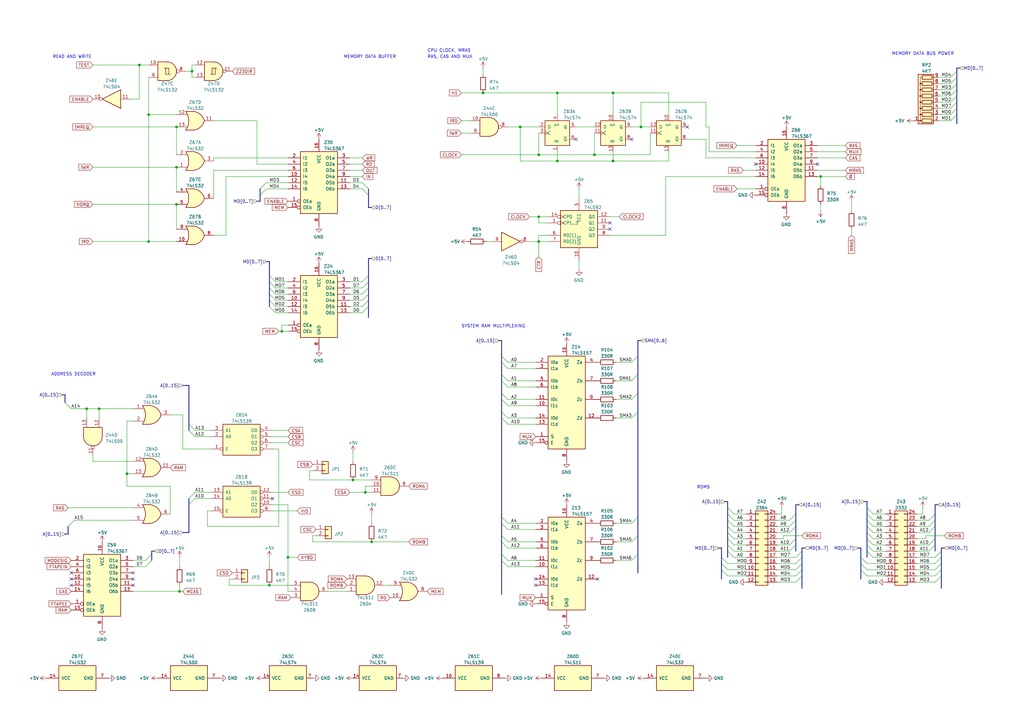
<source format=kicad_sch>
(kicad_sch (version 20230121) (generator eeschema)
  (paper "A3")
  (junction (at 52.07 194.31))
  (junction (at 40.64 167.64))
  (junction (at 60.96 99.06))
  (junction (at 118.11 228.6))
  (junction (at 144.78 196.85))
  (junction (at 73.66 242.57))
  (junction (at 228.6 66.04))
  (junction (at 72.39 83.82))
  (junction (at 220.98 99.06))
  (junction (at 228.6 38.1))
  (junction (at 220.98 88.9))
  (junction (at 72.39 52.07))
  (junction (at 336.55 72.39))
  (junction (at 262.89 52.07))
  (junction (at 251.46 66.04))
  (junction (at 152.4 222.25))
  (junction (at 243.84 63.5))
  (junction (at 57.15 26.67))
  (junction (at 35.56 167.64))
  (junction (at 72.39 68.58))
  (junction (at 251.46 38.1))
  (junction (at 213.36 52.07))
  (junction (at 149.86 201.93))
  (junction (at 198.12 38.1))
  (junction (at 78.74 29.21))
  (junction (at 110.49 240.03))
  (junction (at 60.96 46.99))
  (junction (at 115.57 135.89))
  (junction (at 220.98 63.5))
  (no_connect (at 250.19 91.44))
  (no_connect (at 281.94 52.07))
  (no_connect (at 250.19 93.98))
  (no_connect (at 309.88 67.31))
  (no_connect (at 335.28 67.31))
  (no_connect (at 219.71 240.03))
  (no_connect (at 219.71 237.49))
  (no_connect (at 245.11 237.49))
  (no_connect (at 54.61 240.03))
  (no_connect (at 54.61 237.49))
  (no_connect (at 54.61 234.95))
  (no_connect (at 29.21 240.03))
  (no_connect (at 29.21 237.49))
  (no_connect (at 29.21 234.95))
  (no_connect (at 111.76 204.47))
  (no_connect (at 259.08 57.15))
  (no_connect (at 236.22 57.15))
  (bus_entry (at 205.74 212.09) (size 2.54 2.54))
  (bus_entry (at 77.47 173.99) (size 2.54 2.54))
  (bus_entry (at 389.89 31.75) (size 2.54 -2.54))
  (bus_entry (at 383.54 233.68) (size 2.54 -2.54))
  (bus_entry (at 355.6 223.52) (size 2.54 2.54))
  (bus_entry (at 381 223.52) (size 2.54 -2.54))
  (bus_entry (at 389.89 41.91) (size 2.54 -2.54))
  (bus_entry (at 205.74 156.21) (size 2.54 2.54))
  (bus_entry (at 77.47 204.47) (size 2.54 -2.54))
  (bus_entry (at 323.85 226.06) (size 2.54 -2.54))
  (bus_entry (at 355.6 220.98) (size 2.54 2.54))
  (bus_entry (at 389.89 46.99) (size 2.54 -2.54))
  (bus_entry (at 355.6 233.68) (size -2.54 -2.54))
  (bus_entry (at 205.74 171.45) (size 2.54 2.54))
  (bus_entry (at 59.69 229.87) (size 2.54 -2.54))
  (bus_entry (at 259.08 148.59) (size 2.54 -2.54))
  (bus_entry (at 259.08 156.21) (size 2.54 -2.54))
  (bus_entry (at 259.08 163.83) (size 2.54 -2.54))
  (bus_entry (at 259.08 171.45) (size 2.54 -2.54))
  (bus_entry (at 259.08 214.63) (size 2.54 -2.54))
  (bus_entry (at 298.45 233.68) (size -2.54 -2.54))
  (bus_entry (at 148.59 120.65) (size 2.54 -2.54))
  (bus_entry (at 148.59 128.27) (size 2.54 -2.54))
  (bus_entry (at 259.08 229.87) (size 2.54 -2.54))
  (bus_entry (at 259.08 222.25) (size 2.54 -2.54))
  (bus_entry (at 205.74 161.29) (size 2.54 2.54))
  (bus_entry (at 205.74 168.91) (size 2.54 2.54))
  (bus_entry (at 355.6 208.28) (size 2.54 2.54))
  (bus_entry (at 205.74 153.67) (size 2.54 2.54))
  (bus_entry (at 326.39 231.14) (size 2.54 -2.54))
  (bus_entry (at 59.69 232.41) (size 2.54 -2.54))
  (bus_entry (at 298.45 236.22) (size -2.54 -2.54))
  (bus_entry (at 298.45 213.36) (size 2.54 2.54))
  (bus_entry (at 381 215.9) (size 2.54 -2.54))
  (bus_entry (at 26.67 165.1) (size 2.54 2.54))
  (bus_entry (at 113.03 118.11) (size -2.54 -2.54))
  (bus_entry (at 148.59 125.73) (size 2.54 -2.54))
  (bus_entry (at 77.47 207.01) (size 2.54 -2.54))
  (bus_entry (at 389.89 36.83) (size 2.54 -2.54))
  (bus_entry (at 205.74 148.59) (size 2.54 2.54))
  (bus_entry (at 205.74 146.05) (size 2.54 2.54))
  (bus_entry (at 326.39 228.6) (size 2.54 -2.54))
  (bus_entry (at 106.68 80.01) (size 2.54 -2.54))
  (bus_entry (at 113.03 120.65) (size -2.54 -2.54))
  (bus_entry (at 298.45 218.44) (size 2.54 2.54))
  (bus_entry (at 381 218.44) (size 2.54 -2.54))
  (bus_entry (at 383.54 231.14) (size 2.54 -2.54))
  (bus_entry (at 113.03 123.19) (size -2.54 -2.54))
  (bus_entry (at 383.54 238.76) (size 2.54 -2.54))
  (bus_entry (at 106.68 77.47) (size 2.54 -2.54))
  (bus_entry (at 151.13 77.47) (size -2.54 -2.54))
  (bus_entry (at 148.59 118.11) (size 2.54 -2.54))
  (bus_entry (at 355.6 226.06) (size 2.54 2.54))
  (bus_entry (at 381 213.36) (size 2.54 -2.54))
  (bus_entry (at 326.39 233.68) (size 2.54 -2.54))
  (bus_entry (at 148.59 123.19) (size 2.54 -2.54))
  (bus_entry (at 298.45 208.28) (size 2.54 2.54))
  (bus_entry (at 383.54 228.6) (size 2.54 -2.54))
  (bus_entry (at 205.74 222.25) (size 2.54 2.54))
  (bus_entry (at 355.6 231.14) (size -2.54 -2.54))
  (bus_entry (at 77.47 176.53) (size 2.54 2.54))
  (bus_entry (at 205.74 229.87) (size 2.54 2.54))
  (bus_entry (at 381 226.06) (size 2.54 -2.54))
  (bus_entry (at 323.85 213.36) (size 2.54 -2.54))
  (bus_entry (at 205.74 219.71) (size 2.54 2.54))
  (bus_entry (at 383.54 236.22) (size 2.54 -2.54))
  (bus_entry (at 389.89 44.45) (size 2.54 -2.54))
  (bus_entry (at 389.89 49.53) (size 2.54 -2.54))
  (bus_entry (at 113.03 125.73) (size -2.54 -2.54))
  (bus_entry (at 298.45 215.9) (size 2.54 2.54))
  (bus_entry (at 113.03 115.57) (size -2.54 -2.54))
  (bus_entry (at 389.89 39.37) (size 2.54 -2.54))
  (bus_entry (at 148.59 115.57) (size 2.54 -2.54))
  (bus_entry (at 205.74 214.63) (size 2.54 2.54))
  (bus_entry (at 205.74 163.83) (size 2.54 2.54))
  (bus_entry (at 323.85 218.44) (size 2.54 -2.54))
  (bus_entry (at 355.6 210.82) (size 2.54 2.54))
  (bus_entry (at 326.39 238.76) (size 2.54 -2.54))
  (bus_entry (at 298.45 226.06) (size 2.54 2.54))
  (bus_entry (at 323.85 215.9) (size 2.54 -2.54))
  (bus_entry (at 389.89 34.29) (size 2.54 -2.54))
  (bus_entry (at 298.45 231.14) (size -2.54 -2.54))
  (bus_entry (at 355.6 213.36) (size 2.54 2.54))
  (bus_entry (at 113.03 128.27) (size -2.54 -2.54))
  (bus_entry (at 355.6 218.44) (size 2.54 2.54))
  (bus_entry (at 355.6 236.22) (size -2.54 -2.54))
  (bus_entry (at 27.94 215.9) (size 2.54 -2.54))
  (bus_entry (at 298.45 223.52) (size 2.54 2.54))
  (bus_entry (at 205.74 227.33) (size 2.54 2.54))
  (bus_entry (at 298.45 210.82) (size 2.54 2.54))
  (bus_entry (at 355.6 215.9) (size 2.54 2.54))
  (bus_entry (at 298.45 220.98) (size 2.54 2.54))
  (bus_entry (at 326.39 236.22) (size 2.54 -2.54))
  (bus_entry (at 323.85 223.52) (size 2.54 -2.54))
  (bus_entry (at 151.13 80.01) (size -2.54 -2.54))
  (wire (pts (xy 274.32 62.23) (xy 274.32 66.04)))
  (bus (pts (xy 355.6 218.44) (xy 355.6 220.98)))
  (wire (pts (xy 115.57 135.89) (xy 118.11 135.89)))
  (wire (pts (xy 118.11 120.65) (xy 113.03 120.65)))
  (wire (pts (xy 57.15 26.67) (xy 57.15 40.64)))
  (bus (pts (xy 298.45 210.82) (xy 298.45 213.36)))
  (bus (pts (xy 386.08 236.22) (xy 386.08 241.3)))
  (bus (pts (xy 392.43 31.75) (xy 392.43 34.29)))
  (wire (pts (xy 224.79 96.52) (xy 220.98 96.52)))
  (bus (pts (xy 297.18 205.74) (xy 298.45 205.74)))
  (bus (pts (xy 298.45 205.74) (xy 298.45 208.28)))
  (wire (pts (xy 378.46 210.82) (xy 378.46 208.28)))
  (wire (pts (xy 57.15 40.64) (xy 53.34 40.64)))
  (wire (pts (xy 358.14 220.98) (xy 363.22 220.98)))
  (wire (pts (xy 384.81 31.75) (xy 389.89 31.75)))
  (bus (pts (xy 393.7 27.94) (xy 392.43 27.94)))
  (wire (pts (xy 375.92 215.9) (xy 381 215.9)))
  (wire (pts (xy 384.81 36.83) (xy 389.89 36.83)))
  (bus (pts (xy 383.54 213.36) (xy 383.54 215.9)))
  (wire (pts (xy 111.76 207.01) (xy 118.11 207.01)))
  (wire (pts (xy 143.51 120.65) (xy 148.59 120.65)))
  (wire (pts (xy 273.05 72.39) (xy 273.05 96.52)))
  (bus (pts (xy 354.33 205.74) (xy 355.6 205.74)))
  (wire (pts (xy 38.1 52.07) (xy 72.39 52.07)))
  (bus (pts (xy 392.43 34.29) (xy 392.43 36.83)))
  (wire (pts (xy 208.28 148.59) (xy 219.71 148.59)))
  (wire (pts (xy 134.62 242.57) (xy 142.24 242.57)))
  (bus (pts (xy 105.41 82.55) (xy 106.68 82.55)))
  (wire (pts (xy 87.63 81.28) (xy 87.63 69.85)))
  (bus (pts (xy 386.08 233.68) (xy 386.08 236.22)))
  (wire (pts (xy 302.26 77.47) (xy 309.88 77.47)))
  (wire (pts (xy 252.73 156.21) (xy 259.08 156.21)))
  (bus (pts (xy 355.6 208.28) (xy 355.6 210.82)))
  (wire (pts (xy 93.98 240.03) (xy 110.49 240.03)))
  (bus (pts (xy 328.93 224.79) (xy 328.93 226.06)))
  (wire (pts (xy 236.22 52.07) (xy 243.84 52.07)))
  (bus (pts (xy 77.47 207.01) (xy 77.47 204.47)))
  (wire (pts (xy 335.28 72.39) (xy 336.55 72.39)))
  (bus (pts (xy 74.93 218.44) (xy 77.47 218.44)))
  (wire (pts (xy 73.66 228.6) (xy 73.66 232.41)))
  (wire (pts (xy 95.25 237.49) (xy 93.98 237.49)))
  (wire (pts (xy 208.28 224.79) (xy 219.71 224.79)))
  (bus (pts (xy 205.74 139.7) (xy 205.74 146.05)))
  (wire (pts (xy 379.73 220.98) (xy 375.92 220.98)))
  (wire (pts (xy 379.73 219.71) (xy 379.73 220.98)))
  (bus (pts (xy 298.45 223.52) (xy 298.45 226.06)))
  (wire (pts (xy 208.28 166.37) (xy 219.71 166.37)))
  (wire (pts (xy 143.51 201.93) (xy 149.86 201.93)))
  (bus (pts (xy 106.68 80.01) (xy 106.68 82.55)))
  (wire (pts (xy 118.11 228.6) (xy 118.11 242.57)))
  (wire (pts (xy 208.28 222.25) (xy 219.71 222.25)))
  (wire (pts (xy 358.14 226.06) (xy 363.22 226.06)))
  (bus (pts (xy 205.74 148.59) (xy 205.74 153.67)))
  (bus (pts (xy 355.6 213.36) (xy 355.6 215.9)))
  (wire (pts (xy 217.17 88.9) (xy 220.98 88.9)))
  (bus (pts (xy 205.74 222.25) (xy 205.74 227.33)))
  (bus (pts (xy 62.23 226.06) (xy 62.23 227.33)))
  (wire (pts (xy 300.99 213.36) (xy 306.07 213.36)))
  (wire (pts (xy 157.48 240.03) (xy 160.02 240.03)))
  (wire (pts (xy 199.39 99.06) (xy 201.93 99.06)))
  (wire (pts (xy 80.01 204.47) (xy 86.36 204.47)))
  (wire (pts (xy 27.94 208.28) (xy 54.61 208.28)))
  (wire (pts (xy 208.28 214.63) (xy 219.71 214.63)))
  (wire (pts (xy 318.77 226.06) (xy 323.85 226.06)))
  (wire (pts (xy 318.77 236.22) (xy 326.39 236.22)))
  (bus (pts (xy 63.5 226.06) (xy 62.23 226.06)))
  (bus (pts (xy 298.45 220.98) (xy 298.45 223.52)))
  (bus (pts (xy 295.91 231.14) (xy 295.91 233.68)))
  (wire (pts (xy 375.92 210.82) (xy 378.46 210.82)))
  (wire (pts (xy 189.23 49.53) (xy 193.04 49.53)))
  (bus (pts (xy 25.4 161.925) (xy 26.67 161.925)))
  (wire (pts (xy 143.51 67.31) (xy 148.59 67.31)))
  (bus (pts (xy 392.43 41.91) (xy 392.43 44.45)))
  (bus (pts (xy 205.74 214.63) (xy 205.74 219.71)))
  (wire (pts (xy 74.93 170.18) (xy 69.85 170.18)))
  (wire (pts (xy 318.77 213.36) (xy 323.85 213.36)))
  (wire (pts (xy 69.85 199.39) (xy 52.07 199.39)))
  (bus (pts (xy 261.62 212.09) (xy 261.62 219.71)))
  (wire (pts (xy 35.56 167.64) (xy 40.64 167.64)))
  (bus (pts (xy 27.94 219.075) (xy 27.94 215.9)))
  (wire (pts (xy 93.98 237.49) (xy 93.98 240.03)))
  (wire (pts (xy 128.27 222.25) (xy 152.4 222.25)))
  (bus (pts (xy 383.54 207.01) (xy 383.54 210.82)))
  (bus (pts (xy 383.54 210.82) (xy 383.54 213.36)))
  (wire (pts (xy 335.28 69.85) (xy 346.71 69.85)))
  (wire (pts (xy 80.01 176.53) (xy 86.36 176.53)))
  (wire (pts (xy 208.28 232.41) (xy 219.71 232.41)))
  (bus (pts (xy 295.91 224.79) (xy 295.91 228.6)))
  (wire (pts (xy 375.92 233.68) (xy 383.54 233.68)))
  (bus (pts (xy 392.43 39.37) (xy 392.43 41.91)))
  (bus (pts (xy 205.74 219.71) (xy 205.74 222.25)))
  (bus (pts (xy 353.06 228.6) (xy 353.06 231.14)))
  (bus (pts (xy 295.91 233.68) (xy 295.91 237.49)))
  (bus (pts (xy 328.93 226.06) (xy 328.93 228.6)))
  (wire (pts (xy 358.14 218.44) (xy 363.22 218.44)))
  (wire (pts (xy 318.77 215.9) (xy 323.85 215.9)))
  (wire (pts (xy 320.675 210.82) (xy 320.675 208.28)))
  (wire (pts (xy 87.63 69.85) (xy 118.11 69.85)))
  (wire (pts (xy 384.81 41.91) (xy 389.89 41.91)))
  (wire (pts (xy 144.78 185.42) (xy 144.78 189.23)))
  (wire (pts (xy 87.63 49.53) (xy 105.41 49.53)))
  (wire (pts (xy 38.1 99.06) (xy 60.96 99.06)))
  (wire (pts (xy 208.28 151.13) (xy 219.71 151.13)))
  (wire (pts (xy 143.51 123.19) (xy 148.59 123.19)))
  (wire (pts (xy 321.31 220.98) (xy 318.77 220.98)))
  (wire (pts (xy 38.1 186.69) (xy 38.1 189.23)))
  (wire (pts (xy 213.36 52.07) (xy 220.98 52.07)))
  (bus (pts (xy 152.4 85.09) (xy 151.13 85.09)))
  (wire (pts (xy 290.83 52.07) (xy 290.83 62.23)))
  (wire (pts (xy 127 193.04) (xy 127 196.85)))
  (wire (pts (xy 111.76 179.07) (xy 118.11 179.07)))
  (wire (pts (xy 128.27 193.04) (xy 127 193.04)))
  (wire (pts (xy 72.39 68.58) (xy 72.39 78.74)))
  (wire (pts (xy 375.92 213.36) (xy 381 213.36)))
  (wire (pts (xy 128.27 219.71) (xy 128.27 222.25)))
  (bus (pts (xy 386.08 228.6) (xy 386.08 231.14)))
  (wire (pts (xy 220.98 63.5) (xy 243.84 63.5)))
  (wire (pts (xy 110.49 228.6) (xy 110.49 232.41)))
  (bus (pts (xy 205.74 168.91) (xy 205.74 171.45)))
  (bus (pts (xy 110.49 115.57) (xy 110.49 118.11)))
  (wire (pts (xy 152.4 222.25) (xy 167.64 222.25)))
  (wire (pts (xy 302.26 59.69) (xy 309.88 59.69)))
  (wire (pts (xy 243.84 63.5) (xy 266.7 63.5)))
  (wire (pts (xy 198.12 27.94) (xy 198.12 30.48)))
  (wire (pts (xy 300.99 215.9) (xy 306.07 215.9)))
  (wire (pts (xy 38.1 68.58) (xy 72.39 68.58)))
  (bus (pts (xy 262.89 139.7) (xy 261.62 139.7)))
  (bus (pts (xy 383.54 223.52) (xy 383.54 226.06)))
  (bus (pts (xy 261.62 139.7) (xy 261.62 146.05)))
  (bus (pts (xy 383.54 220.98) (xy 383.54 223.52)))
  (wire (pts (xy 105.41 49.53) (xy 105.41 67.31)))
  (bus (pts (xy 383.54 215.9) (xy 383.54 220.98)))
  (wire (pts (xy 300.99 228.6) (xy 306.07 228.6)))
  (wire (pts (xy 300.99 218.44) (xy 306.07 218.44)))
  (bus (pts (xy 298.45 226.06) (xy 298.45 228.6)))
  (wire (pts (xy 300.99 223.52) (xy 306.07 223.52)))
  (wire (pts (xy 252.73 229.87) (xy 259.08 229.87)))
  (wire (pts (xy 384.81 49.53) (xy 389.89 49.53)))
  (wire (pts (xy 118.11 228.6) (xy 121.92 228.6)))
  (bus (pts (xy 392.43 46.99) (xy 392.43 50.8)))
  (bus (pts (xy 326.39 220.98) (xy 326.39 223.52)))
  (bus (pts (xy 328.93 236.22) (xy 328.93 241.3)))
  (wire (pts (xy 143.51 69.85) (xy 148.59 69.85)))
  (wire (pts (xy 143.51 64.77) (xy 148.59 64.77)))
  (wire (pts (xy 52.07 194.31) (xy 52.07 199.39)))
  (wire (pts (xy 262.89 52.07) (xy 262.89 41.91)))
  (wire (pts (xy 318.77 228.6) (xy 326.39 228.6)))
  (wire (pts (xy 259.08 52.07) (xy 262.89 52.07)))
  (wire (pts (xy 80.01 31.75) (xy 78.74 31.75)))
  (wire (pts (xy 300.99 210.82) (xy 306.07 210.82)))
  (bus (pts (xy 110.49 107.315) (xy 110.49 113.03)))
  (wire (pts (xy 243.84 54.61) (xy 243.84 63.5)))
  (wire (pts (xy 309.88 72.39) (xy 273.05 72.39)))
  (wire (pts (xy 375.92 218.44) (xy 381 218.44)))
  (bus (pts (xy 355.6 220.98) (xy 355.6 223.52)))
  (wire (pts (xy 298.45 236.22) (xy 306.07 236.22)))
  (wire (pts (xy 290.83 62.23) (xy 309.88 62.23)))
  (wire (pts (xy 143.51 128.27) (xy 148.59 128.27)))
  (bus (pts (xy 355.6 226.06) (xy 355.6 228.6)))
  (wire (pts (xy 85.09 215.9) (xy 114.3 215.9)))
  (bus (pts (xy 151.13 115.57) (xy 151.13 118.11)))
  (wire (pts (xy 250.19 88.9) (xy 254 88.9)))
  (wire (pts (xy 289.56 52.07) (xy 290.83 52.07)))
  (wire (pts (xy 336.55 83.82) (xy 336.55 86.36)))
  (wire (pts (xy 29.21 167.64) (xy 35.56 167.64)))
  (bus (pts (xy 151.13 123.19) (xy 151.13 125.73)))
  (wire (pts (xy 298.45 233.68) (xy 306.07 233.68)))
  (wire (pts (xy 111.76 201.93) (xy 118.11 201.93)))
  (bus (pts (xy 106.68 77.47) (xy 106.68 80.01)))
  (wire (pts (xy 224.79 91.44) (xy 220.98 91.44)))
  (bus (pts (xy 151.13 120.65) (xy 151.13 123.19)))
  (wire (pts (xy 109.22 77.47) (xy 118.11 77.47)))
  (bus (pts (xy 205.74 156.21) (xy 205.74 161.29)))
  (wire (pts (xy 152.4 199.39) (xy 149.86 199.39)))
  (wire (pts (xy 252.73 222.25) (xy 259.08 222.25)))
  (bus (pts (xy 392.43 29.21) (xy 392.43 31.75)))
  (bus (pts (xy 298.45 208.28) (xy 298.45 210.82)))
  (bus (pts (xy 351.79 224.79) (xy 353.06 224.79)))
  (wire (pts (xy 52.07 172.72) (xy 52.07 194.31)))
  (bus (pts (xy 327.66 207.01) (xy 326.39 207.01)))
  (bus (pts (xy 151.13 106.045) (xy 151.13 113.03)))
  (bus (pts (xy 151.13 118.11) (xy 151.13 120.65)))
  (wire (pts (xy 251.46 62.23) (xy 251.46 66.04)))
  (wire (pts (xy 118.11 128.27) (xy 113.03 128.27)))
  (wire (pts (xy 85.09 209.55) (xy 85.09 215.9)))
  (wire (pts (xy 358.14 215.9) (xy 363.22 215.9)))
  (bus (pts (xy 205.74 212.09) (xy 205.74 214.63)))
  (wire (pts (xy 115.57 133.35) (xy 115.57 135.89)))
  (bus (pts (xy 326.39 213.36) (xy 326.39 215.9)))
  (bus (pts (xy 353.06 224.79) (xy 353.06 228.6)))
  (wire (pts (xy 349.25 96.52) (xy 349.25 93.98)))
  (wire (pts (xy 252.73 214.63) (xy 259.08 214.63)))
  (wire (pts (xy 274.32 46.99) (xy 274.32 38.1)))
  (wire (pts (xy 40.64 167.64) (xy 54.61 167.64)))
  (wire (pts (xy 237.49 77.47) (xy 237.49 81.28)))
  (wire (pts (xy 318.77 238.76) (xy 326.39 238.76)))
  (bus (pts (xy 392.43 44.45) (xy 392.43 46.99)))
  (wire (pts (xy 143.51 72.39) (xy 148.59 72.39)))
  (wire (pts (xy 114.3 135.89) (xy 115.57 135.89)))
  (wire (pts (xy 73.66 240.03) (xy 73.66 242.57)))
  (wire (pts (xy 355.6 236.22) (xy 363.22 236.22)))
  (wire (pts (xy 251.46 38.1) (xy 251.46 46.99)))
  (bus (pts (xy 205.74 153.67) (xy 205.74 156.21)))
  (wire (pts (xy 111.76 176.53) (xy 118.11 176.53)))
  (bus (pts (xy 110.49 120.65) (xy 110.49 123.19)))
  (wire (pts (xy 251.46 66.04) (xy 228.6 66.04)))
  (wire (pts (xy 111.76 209.55) (xy 121.92 209.55)))
  (wire (pts (xy 298.45 231.14) (xy 306.07 231.14)))
  (wire (pts (xy 72.39 46.99) (xy 60.96 46.99)))
  (wire (pts (xy 40.64 167.64) (xy 40.64 171.45)))
  (wire (pts (xy 118.11 207.01) (xy 118.11 228.6)))
  (bus (pts (xy 298.45 213.36) (xy 298.45 215.9)))
  (wire (pts (xy 118.11 118.11) (xy 113.03 118.11)))
  (wire (pts (xy 318.77 210.82) (xy 320.675 210.82)))
  (wire (pts (xy 72.39 52.07) (xy 72.39 63.5)))
  (bus (pts (xy 355.6 210.82) (xy 355.6 213.36)))
  (wire (pts (xy 189.23 63.5) (xy 220.98 63.5)))
  (wire (pts (xy 208.28 52.07) (xy 213.36 52.07)))
  (wire (pts (xy 143.51 125.73) (xy 148.59 125.73)))
  (wire (pts (xy 109.22 74.93) (xy 118.11 74.93)))
  (wire (pts (xy 220.98 99.06) (xy 220.98 105.41)))
  (bus (pts (xy 326.39 215.9) (xy 326.39 220.98)))
  (bus (pts (xy 205.74 171.45) (xy 205.74 212.09)))
  (wire (pts (xy 375.92 226.06) (xy 381 226.06)))
  (wire (pts (xy 384.81 39.37) (xy 389.89 39.37)))
  (wire (pts (xy 304.8 69.85) (xy 309.88 69.85)))
  (wire (pts (xy 384.81 46.99) (xy 389.89 46.99)))
  (wire (pts (xy 189.23 38.1) (xy 198.12 38.1)))
  (wire (pts (xy 38.1 26.67) (xy 57.15 26.67)))
  (wire (pts (xy 358.14 228.6) (xy 363.22 228.6)))
  (bus (pts (xy 77.47 173.99) (xy 77.47 176.53)))
  (wire (pts (xy 375.92 228.6) (xy 383.54 228.6)))
  (bus (pts (xy 109.22 107.315) (xy 110.49 107.315)))
  (bus (pts (xy 205.74 163.83) (xy 205.74 168.91)))
  (wire (pts (xy 148.59 74.93) (xy 143.51 74.93)))
  (wire (pts (xy 92.71 96.52) (xy 92.71 72.39)))
  (wire (pts (xy 220.98 99.06) (xy 224.79 99.06)))
  (bus (pts (xy 110.49 118.11) (xy 110.49 120.65)))
  (wire (pts (xy 80.01 26.67) (xy 78.74 26.67)))
  (bus (pts (xy 384.81 207.01) (xy 383.54 207.01)))
  (wire (pts (xy 335.28 64.77) (xy 346.71 64.77)))
  (wire (pts (xy 38.1 189.23) (xy 54.61 189.23)))
  (wire (pts (xy 375.92 238.76) (xy 383.54 238.76)))
  (wire (pts (xy 60.96 46.99) (xy 60.96 99.06)))
  (wire (pts (xy 318.77 233.68) (xy 326.39 233.68)))
  (bus (pts (xy 205.74 229.87) (xy 205.74 243.84)))
  (bus (pts (xy 295.91 228.6) (xy 295.91 231.14)))
  (bus (pts (xy 328.93 228.6) (xy 328.93 231.14)))
  (wire (pts (xy 60.96 99.06) (xy 72.39 99.06)))
  (wire (pts (xy 349.25 82.55) (xy 349.25 86.36)))
  (wire (pts (xy 208.28 173.99) (xy 219.71 173.99)))
  (bus (pts (xy 74.93 158.115) (xy 77.47 158.115)))
  (bus (pts (xy 26.67 219.075) (xy 27.94 219.075)))
  (wire (pts (xy 336.55 72.39) (xy 336.55 76.2)))
  (bus (pts (xy 328.93 231.14) (xy 328.93 233.68)))
  (wire (pts (xy 300.99 220.98) (xy 306.07 220.98)))
  (bus (pts (xy 326.39 223.52) (xy 326.39 226.06)))
  (wire (pts (xy 129.54 219.71) (xy 128.27 219.71)))
  (bus (pts (xy 261.62 153.67) (xy 261.62 161.29)))
  (bus (pts (xy 386.08 231.14) (xy 386.08 233.68)))
  (wire (pts (xy 213.36 66.04) (xy 213.36 52.07)))
  (bus (pts (xy 326.39 210.82) (xy 326.39 213.36)))
  (wire (pts (xy 300.99 226.06) (xy 306.07 226.06)))
  (wire (pts (xy 251.46 38.1) (xy 274.32 38.1)))
  (wire (pts (xy 74.93 170.18) (xy 74.93 184.15)))
  (wire (pts (xy 228.6 38.1) (xy 251.46 38.1)))
  (wire (pts (xy 87.63 66.04) (xy 87.63 64.77)))
  (bus (pts (xy 298.45 218.44) (xy 298.45 220.98)))
  (wire (pts (xy 54.61 232.41) (xy 59.69 232.41)))
  (wire (pts (xy 358.14 213.36) (xy 363.22 213.36)))
  (wire (pts (xy 54.61 229.87) (xy 59.69 229.87)))
  (wire (pts (xy 60.96 31.75) (xy 60.96 46.99)))
  (wire (pts (xy 318.77 231.14) (xy 326.39 231.14)))
  (wire (pts (xy 355.6 231.14) (xy 363.22 231.14)))
  (wire (pts (xy 80.01 201.93) (xy 86.36 201.93)))
  (bus (pts (xy 330.2 224.79) (xy 328.93 224.79)))
  (wire (pts (xy 328.93 219.71) (xy 321.31 219.71)))
  (bus (pts (xy 261.62 168.91) (xy 261.62 212.09)))
  (wire (pts (xy 189.23 54.61) (xy 193.04 54.61)))
  (bus (pts (xy 387.35 224.79) (xy 386.08 224.79)))
  (bus (pts (xy 355.6 215.9) (xy 355.6 218.44)))
  (wire (pts (xy 208.28 158.75) (xy 219.71 158.75)))
  (wire (pts (xy 127 196.85) (xy 144.78 196.85)))
  (wire (pts (xy 73.66 242.57) (xy 74.93 242.57)))
  (bus (pts (xy 261.62 146.05) (xy 261.62 153.67)))
  (bus (pts (xy 77.47 158.115) (xy 77.47 173.99)))
  (wire (pts (xy 318.77 218.44) (xy 323.85 218.44)))
  (wire (pts (xy 30.48 213.36) (xy 54.61 213.36)))
  (wire (pts (xy 384.81 44.45) (xy 389.89 44.45)))
  (bus (pts (xy 386.08 224.79) (xy 386.08 226.06)))
  (wire (pts (xy 321.31 219.71) (xy 321.31 220.98)))
  (wire (pts (xy 217.17 99.06) (xy 220.98 99.06)))
  (wire (pts (xy 118.11 125.73) (xy 113.03 125.73)))
  (wire (pts (xy 149.86 201.93) (xy 152.4 201.93)))
  (wire (pts (xy 54.61 172.72) (xy 52.07 172.72)))
  (wire (pts (xy 355.6 233.68) (xy 363.22 233.68)))
  (bus (pts (xy 298.45 215.9) (xy 298.45 218.44)))
  (bus (pts (xy 353.06 231.14) (xy 353.06 233.68)))
  (bus (pts (xy 326.39 207.01) (xy 326.39 210.82)))
  (wire (pts (xy 60.96 26.67) (xy 57.15 26.67)))
  (wire (pts (xy 69.85 210.82) (xy 69.85 199.39)))
  (wire (pts (xy 220.98 88.9) (xy 224.79 88.9)))
  (bus (pts (xy 355.6 223.52) (xy 355.6 226.06)))
  (wire (pts (xy 220.98 54.61) (xy 220.98 63.5)))
  (wire (pts (xy 149.86 199.39) (xy 149.86 201.93)))
  (wire (pts (xy 74.93 184.15) (xy 86.36 184.15)))
  (bus (pts (xy 294.64 224.79) (xy 295.91 224.79)))
  (wire (pts (xy 335.28 62.23) (xy 346.71 62.23)))
  (bus (pts (xy 151.13 77.47) (xy 151.13 80.01)))
  (wire (pts (xy 208.28 163.83) (xy 219.71 163.83)))
  (bus (pts (xy 151.13 125.73) (xy 151.13 130.175)))
  (wire (pts (xy 220.98 96.52) (xy 220.98 99.06)))
  (wire (pts (xy 54.61 242.57) (xy 73.66 242.57)))
  (wire (pts (xy 262.89 41.91) (xy 289.56 41.91)))
  (wire (pts (xy 92.71 72.39) (xy 118.11 72.39)))
  (bus (pts (xy 261.62 219.71) (xy 261.62 227.33)))
  (wire (pts (xy 220.98 91.44) (xy 220.98 88.9)))
  (bus (pts (xy 392.43 36.83) (xy 392.43 39.37)))
  (wire (pts (xy 111.76 181.61) (xy 118.11 181.61)))
  (bus (pts (xy 205.74 161.29) (xy 205.74 163.83)))
  (bus (pts (xy 261.62 227.33) (xy 261.62 234.95)))
  (wire (pts (xy 375.92 231.14) (xy 383.54 231.14)))
  (bus (pts (xy 26.67 161.925) (xy 26.67 165.1)))
  (wire (pts (xy 78.74 31.75) (xy 78.74 29.21)))
  (wire (pts (xy 198.12 38.1) (xy 228.6 38.1)))
  (wire (pts (xy 252.73 148.59) (xy 259.08 148.59)))
  (bus (pts (xy 77.47 218.44) (xy 77.47 207.01)))
  (wire (pts (xy 118.11 115.57) (xy 113.03 115.57)))
  (wire (pts (xy 152.4 210.82) (xy 152.4 214.63)))
  (wire (pts (xy 281.94 57.15) (xy 289.56 57.15)))
  (wire (pts (xy 87.63 64.77) (xy 118.11 64.77)))
  (wire (pts (xy 208.28 229.87) (xy 219.71 229.87)))
  (bus (pts (xy 110.49 113.03) (xy 110.49 115.57)))
  (wire (pts (xy 375.92 236.22) (xy 383.54 236.22)))
  (wire (pts (xy 289.56 64.77) (xy 309.88 64.77)))
  (wire (pts (xy 335.28 59.69) (xy 346.71 59.69)))
  (wire (pts (xy 208.28 217.17) (xy 219.71 217.17)))
  (wire (pts (xy 250.19 96.52) (xy 273.05 96.52)))
  (wire (pts (xy 78.74 26.67) (xy 78.74 29.21)))
  (wire (pts (xy 105.41 67.31) (xy 118.11 67.31)))
  (wire (pts (xy 86.36 209.55) (xy 85.09 209.55)))
  (wire (pts (xy 118.11 123.19) (xy 113.03 123.19)))
  (bus (pts (xy 151.13 113.03) (xy 151.13 115.57)))
  (wire (pts (xy 38.1 83.82) (xy 72.39 83.82)))
  (bus (pts (xy 152.4 106.045) (xy 151.13 106.045)))
  (wire (pts (xy 114.3 215.9) (xy 114.3 184.15)))
  (bus (pts (xy 151.13 80.01) (xy 151.13 85.09)))
  (wire (pts (xy 318.77 223.52) (xy 323.85 223.52)))
  (bus (pts (xy 355.6 205.74) (xy 355.6 208.28)))
  (bus (pts (xy 261.62 161.29) (xy 261.62 168.91)))
  (wire (pts (xy 336.55 72.39) (xy 346.71 72.39)))
  (wire (pts (xy 274.32 66.04) (xy 251.46 66.04)))
  (wire (pts (xy 375.92 223.52) (xy 381 223.52)))
  (wire (pts (xy 228.6 38.1) (xy 228.6 46.99)))
  (wire (pts (xy 72.39 83.82) (xy 72.39 93.98)))
  (wire (pts (xy 358.14 210.82) (xy 363.22 210.82)))
  (wire (pts (xy 110.49 240.03) (xy 119.38 240.03)))
  (wire (pts (xy 262.89 52.07) (xy 266.7 52.07)))
  (wire (pts (xy 208.28 156.21) (xy 219.71 156.21)))
  (wire (pts (xy 148.59 77.47) (xy 143.51 77.47)))
  (wire (pts (xy 228.6 62.23) (xy 228.6 66.04)))
  (wire (pts (xy 208.28 171.45) (xy 219.71 171.45)))
  (bus (pts (xy 205.74 227.33) (xy 205.74 229.87)))
  (wire (pts (xy 228.6 66.04) (xy 213.36 66.04)))
  (wire (pts (xy 118.11 242.57) (xy 119.38 242.57)))
  (wire (pts (xy 87.63 96.52) (xy 92.71 96.52)))
  (wire (pts (xy 252.73 171.45) (xy 259.08 171.45)))
  (bus (pts (xy 62.23 227.33) (xy 62.23 229.87)))
  (wire (pts (xy 237.49 106.68) (xy 237.49 110.49)))
  (wire (pts (xy 387.35 219.71) (xy 379.73 219.71)))
  (bus (pts (xy 205.74 146.05) (xy 205.74 148.59)))
  (wire (pts (xy 266.7 63.5) (xy 266.7 54.61)))
  (wire (pts (xy 111.76 184.15) (xy 114.3 184.15)))
  (wire (pts (xy 384.81 34.29) (xy 389.89 34.29)))
  (bus (pts (xy 392.43 27.94) (xy 392.43 29.21)))
  (wire (pts (xy 358.14 223.52) (xy 363.22 223.52)))
  (bus (pts (xy 110.49 123.19) (xy 110.49 125.73)))
  (wire (pts (xy 78.74 29.21) (xy 76.2 29.21)))
  (bus (pts (xy 328.93 233.68) (xy 328.93 236.22)))
  (wire (pts (xy 80.01 179.07) (xy 86.36 179.07)))
  (wire (pts (xy 118.11 133.35) (xy 115.57 133.35)))
  (wire (pts (xy 143.51 115.57) (xy 148.59 115.57)))
  (bus (pts (xy 204.47 139.7) (xy 205.74 139.7)))
  (wire (pts (xy 143.51 118.11) (xy 148.59 118.11)))
  (bus (pts (xy 386.08 226.06) (xy 386.08 228.6)))
  (bus (pts (xy 353.06 233.68) (xy 353.06 237.49)))
  (wire (pts (xy 144.78 196.85) (xy 152.4 196.85)))
  (wire (pts (xy 289.56 57.15) (xy 289.56 64.77)))
  (wire (pts (xy 52.07 194.31) (xy 54.61 194.31)))
  (wire (pts (xy 35.56 167.64) (xy 35.56 171.45)))
  (wire (pts (xy 252.73 163.83) (xy 259.08 163.83)))
  (wire (pts (xy 289.56 41.91) (xy 289.56 52.07)))
  (text "ADDRESS DECODER" (at 20.955 154.305 0) (effects (font (size 1.27 1.27)) (justify left bottom)))
  (text "READ AND WRITE\n" (at 21.59 24.13 0) (effects (font (size 1.27 1.27)) (justify left bottom)))
  (text "ROMS" (at 285.75 200.66 0) (effects (font (size 1.27 1.27)) (justify left bottom)))
  (text "MEMORY DATA BUS POWER\n" (at 365.76 22.86 0) (effects (font (size 1.27 1.27)) (justify left bottom)))
  (text "CPU CLOCK, MRAS" (at 175.26 21.59 0) (effects (font (size 1.27 1.27)) (justify left bottom)))
  (text "MEMORY DATA BUFFER" (at 140.97 24.13 0) (effects (font (size 1.27 1.27)) (justify left bottom)))
  (text "RAS, CAS AND MUX" (at 175.26 24.13 0) (effects (font (size 1.27 1.27)) (justify left bottom)))
  (text "SYSTEM RAM MULTIPLEXING" (at 189.23 134.62 0) (effects (font (size 1.27 1.27)) (justify left bottom)))
  (label "MD6" (at 386.08 39.37 0))
  (label "MD0" (at 386.08 46.99 0))
  (label "D5" (at 144.78 123.19 0))
  (label "SMA1" (at 253.8941 156.21 0))
  (label "A8" (at 320.04 213.36 0))
  (label "A9" (at 320.04 215.9 0))
  (label "A12" (at 209.55 224.79 0))
  (label "A0" (at 209.55 148.59 0))
  (label "MD1" (at 386.08 49.53 0))
  (label "MD5" (at 320.04 233.68 0))
  (label "MD0" (at 359.41 231.14 0))
  (label "A5" (at 359.41 215.9 0))
  (label "D6" (at 55.88 229.87 0))
  (label "A3" (at 359.41 220.98 0))
  (label "MD3" (at 110.49 74.93 0))
  (label "A11" (at 377.19 226.06 0))
  (label "SMA5" (at 254 222.25 0))
  (label "MD2" (at 386.08 41.91 0))
  (label "D7" (at 144.78 118.11 0))
  (label "MD6" (at 320.04 231.14 0))
  (label "A15" (at 30.48 213.36 0))
  (label "MD6" (at 116.84 120.65 180))
  (label "A5" (at 302.26 215.9 0))
  (label "D3" (at 147.32 74.93 180))
  (label "A2" (at 209.55 163.83 0))
  (label "A7" (at 209.55 151.13 0))
  (label "A9" (at 377.19 215.9 0))
  (label "A9" (at 209.55 166.37 0))
  (label "SMA2" (at 254 163.83 0))
  (label "A8" (at 377.19 213.36 0))
  (label "D4" (at 147.32 77.47 180))
  (label "D0" (at 144.78 128.27 0))
  (label "MD5" (at 377.19 233.68 0))
  (label "A12" (at 377.19 218.44 0))
  (label "A0" (at 302.26 228.6 0))
  (label "A5" (at 209.55 222.25 0))
  (label "A11" (at 209.55 217.17 0))
  (label "MD5" (at 386.08 34.29 0))
  (label "MD4" (at 386.08 31.75 0))
  (label "A14" (at 29.21 167.64 0))
  (label "A7" (at 359.41 210.82 0))
  (label "MD3" (at 377.19 238.76 0))
  (label "MD6" (at 377.19 231.14 0))
  (label "MD4" (at 377.19 236.22 0))
  (label "A3" (at 302.26 220.98 0))
  (label "A10" (at 209.55 173.99 0))
  (label "MD5" (at 116.84 123.19 180))
  (label "D2" (at 144.78 125.73 0))
  (label "A1" (at 209.55 156.21 0))
  (label "A11" (at 80.01 201.93 0))
  (label "MD3" (at 320.04 238.76 0))
  (label "MD4" (at 320.04 236.22 0))
  (label "A4" (at 302.26 218.44 0))
  (label "MD1" (at 359.41 233.68 0))
  (label "SMA3" (at 254 171.45 0))
  (label "MD7" (at 377.19 228.6 0))
  (label "A10" (at 377.19 223.52 0))
  (label "A1" (at 359.41 226.06 0))
  (label "MD4" (at 110.49 77.47 0))
  (label "A0" (at 359.41 228.6 0))
  (label "A2" (at 359.41 223.52 0))
  (label "A6" (at 359.41 213.36 0))
  (label "SMA4" (at 254 214.63 0))
  (label "A6" (at 302.26 213.36 0))
  (label "MD0" (at 302.26 231.14 0))
  (label "SMA0" (at 254 148.59 0))
  (label "A4" (at 359.41 218.44 0))
  (label "MD3" (at 386.08 36.83 0))
  (label "MD7" (at 320.04 228.6 0))
  (label "A12" (at 320.04 218.44 0))
  (label "A1" (at 302.26 226.06 0))
  (label "MD1" (at 116.84 115.57 180))
  (label "A13" (at 209.55 232.41 0))
  (label "A3" (at 209.55 171.45 0))
  (label "A8" (at 209.55 158.75 0))
  (label "D7" (at 55.88 232.41 0))
  (label "MD2" (at 359.41 236.22 0))
  (label "MD7" (at 116.84 118.11 180))
  (label "A10" (at 80.01 204.47 0))
  (label "MD7" (at 386.08 44.45 0))
  (label "A11" (at 320.04 226.06 0))
  (label "A7" (at 302.26 210.82 0))
  (label "A12" (at 80.01 179.07 0))
  (label "A2" (at 302.26 223.52 0))
  (label "MD2" (at 116.84 125.73 180))
  (label "D1" (at 144.78 115.57 0))
  (label "MD0" (at 116.84 128.27 180))
  (label "A4" (at 209.55 214.63 0))
  (label "A13" (at 80.01 176.53 0))
  (label "A10" (at 320.04 223.52 0))
  (label "A6" (at 209.55 229.87 0))
  (label "MD2" (at 302.26 236.22 0))
  (label "D6" (at 144.78 120.65 0))
  (label "MD1" (at 302.26 233.68 0))
  (label "SMA6" (at 254 229.87 0))
  (global_label "RAS" (shape input) (at 304.8 69.85 180) (property "Intersheetrefs" "${INTERSHEET_REFS}" (effects hide)))
  (global_label "H1" (shape input) (at 189.23 38.1 180) (property "Intersheetrefs" "${INTERSHEET_REFS}" (effects hide)))
  (global_label "CSC" (shape input) (at 118.11 181.61 0) (property "Intersheetrefs" "${INTERSHEET_REFS}" (effects hide)))
  (global_label "ROMA" (shape input) (at 167.64 199.39 0) (property "Intersheetrefs" "${INTERSHEET_REFS}" (effects hide)))
  (global_label "MEM" (shape input) (at 118.11 85.09 180) (property "Intersheetrefs" "${INTERSHEET_REFS}" (effects hide)))
  (global_label "RD" (shape input) (at 148.59 67.31 0) (property "Intersheetrefs" "${INTERSHEET_REFS}" (effects hide)))
  (global_label "!RD" (shape input) (at 38.1 99.06 180) (property "Intersheetrefs" "${INTERSHEET_REFS}" (effects hide)))
  (global_label "!WR" (shape input) (at 38.1 68.58 180) (property "Intersheetrefs" "${INTERSHEET_REFS}" (effects hide)))
  (global_label "MUX" (shape input) (at 219.71 179.07 180) (property "Intersheetrefs" "${INTERSHEET_REFS}" (effects hide)))
  (global_label "Ø" (shape input) (at 346.71 72.39 0) (property "Intersheetrefs" "${INTERSHEET_REFS}" (effects hide)))
  (global_label "CSB" (shape input) (at 118.11 179.07 0) (property "Intersheetrefs" "${INTERSHEET_REFS}" (effects hide)))
  (global_label "CSA" (shape input) (at 143.51 201.93 180) (property "Intersheetrefs" "${INTERSHEET_REFS}" (effects hide)))
  (global_label "CLOCK" (shape input) (at 189.23 63.5 180) (property "Intersheetrefs" "${INTERSHEET_REFS}" (effects hide)))
  (global_label "ENABLE" (shape input) (at 38.1 40.64 180) (property "Intersheetrefs" "${INTERSHEET_REFS}" (effects hide)))
  (global_label "ROMA" (shape input) (at 328.93 219.71 0) (property "Intersheetrefs" "${INTERSHEET_REFS}" (effects hide)))
  (global_label "RAS" (shape input) (at 346.71 59.69 0) (property "Intersheetrefs" "${INTERSHEET_REFS}" (effects hide)))
  (global_label "CAS" (shape input) (at 346.71 64.77 0) (property "Intersheetrefs" "${INTERSHEET_REFS}" (effects hide)))
  (global_label "CSD" (shape input) (at 95.25 234.95 180) (property "Intersheetrefs" "${INTERSHEET_REFS}" (effects hide)))
  (global_label "KYBD" (shape input) (at 121.92 228.6 0) (property "Intersheetrefs" "${INTERSHEET_REFS}" (effects hide)))
  (global_label "RAM" (shape input) (at 29.21 250.19 180) (property "Intersheetrefs" "${INTERSHEET_REFS}" (effects hide)))
  (global_label "CSA" (shape input) (at 118.11 176.53 0) (property "Intersheetrefs" "${INTERSHEET_REFS}" (effects hide)))
  (global_label "ROMA" (shape input) (at 142.24 237.49 180) (property "Intersheetrefs" "${INTERSHEET_REFS}" (effects hide)))
  (global_label "CSC" (shape input) (at 129.54 217.17 180) (property "Intersheetrefs" "${INTERSHEET_REFS}" (effects hide)))
  (global_label "MODESIG" (shape input) (at 29.21 229.87 180) (property "Intersheetrefs" "${INTERSHEET_REFS}" (effects hide)))
  (global_label "CSD" (shape input) (at 118.11 201.93 0) (property "Intersheetrefs" "${INTERSHEET_REFS}" (effects hide)))
  (global_label "FTAPEIN" (shape input) (at 29.21 232.41 180) (property "Intersheetrefs" "${INTERSHEET_REFS}" (effects hide)))
  (global_label "WR" (shape input) (at 148.59 64.77 0) (property "Intersheetrefs" "${INTERSHEET_REFS}" (effects hide)))
  (global_label "ROMB" (shape input) (at 167.64 222.25 0) (property "Intersheetrefs" "${INTERSHEET_REFS}" (effects hide)))
  (global_label "IN" (shape input) (at 148.59 72.39 0) (property "Intersheetrefs" "${INTERSHEET_REFS}" (effects hide)))
  (global_label "CAS" (shape input) (at 29.21 242.57 180) (property "Intersheetrefs" "${INTERSHEET_REFS}" (effects hide)))
  (global_label "ROMB" (shape input) (at 142.24 240.03 180) (property "Intersheetrefs" "${INTERSHEET_REFS}" (effects hide)))
  (global_label "CTR" (shape input) (at 220.98 105.41 270) (property "Intersheetrefs" "${INTERSHEET_REFS}" (effects hide)))
  (global_label "!MREQ" (shape input) (at 302.26 59.69 180) (property "Intersheetrefs" "${INTERSHEET_REFS}" (effects hide)))
  (global_label "!WR" (shape input) (at 189.23 54.61 180) (property "Intersheetrefs" "${INTERSHEET_REFS}" (effects hide)))
  (global_label "RAM" (shape input) (at 69.85 191.77 0) (property "Intersheetrefs" "${INTERSHEET_REFS}" (effects hide)))
  (global_label "FTAPEE" (shape input) (at 29.21 247.65 180) (property "Intersheetrefs" "${INTERSHEET_REFS}" (effects hide)))
  (global_label "MCAS" (shape input) (at 74.93 242.57 0) (property "Intersheetrefs" "${INTERSHEET_REFS}" (effects hide)))
  (global_label "CLOCK2" (shape input) (at 254 88.9 0) (property "Intersheetrefs" "${INTERSHEET_REFS}" (effects hide)))
  (global_label "MRAS" (shape input) (at 346.71 69.85 0) (property "Intersheetrefs" "${INTERSHEET_REFS}" (effects hide)))
  (global_label "OUT" (shape input) (at 148.59 69.85 0) (property "Intersheetrefs" "${INTERSHEET_REFS}" (effects hide)))
  (global_label "MUX" (shape input) (at 219.71 245.11 180) (property "Intersheetrefs" "${INTERSHEET_REFS}" (effects hide)))
  (global_label "CSB" (shape input) (at 128.27 190.5 180) (property "Intersheetrefs" "${INTERSHEET_REFS}" (effects hide)))
  (global_label "MEM" (shape input) (at 114.3 135.89 180) (property "Intersheetrefs" "${INTERSHEET_REFS}" (effects hide)))
  (global_label "ENABLE" (shape input) (at 118.11 82.55 180) (property "Intersheetrefs" "${INTERSHEET_REFS}" (effects hide)))
  (global_label "ROMB" (shape input) (at 387.35 219.71 0) (property "Intersheetrefs" "${INTERSHEET_REFS}" (effects hide)))
  (global_label "ENABLE" (shape input) (at 302.26 77.47 180) (property "Intersheetrefs" "${INTERSHEET_REFS}" (effects hide)))
  (global_label "VID" (shape input) (at 121.92 209.55 0) (property "Intersheetrefs" "${INTERSHEET_REFS}" (effects hide)))
  (global_label "Z23DIR" (shape input) (at 95.25 29.21 0) (property "Intersheetrefs" "${INTERSHEET_REFS}" (effects hide)))
  (global_label "MRAS" (shape input) (at 349.25 96.52 270) (property "Intersheetrefs" "${INTERSHEET_REFS}" (effects hide)))
  (global_label "!RD" (shape input) (at 189.23 49.53 180) (property "Intersheetrefs" "${INTERSHEET_REFS}" (effects hide)))
  (global_label "RAS" (shape input) (at 27.94 208.28 180) (property "Intersheetrefs" "${INTERSHEET_REFS}" (effects hide)))
  (global_label "TEST" (shape input) (at 38.1 26.67 180) (property "Intersheetrefs" "${INTERSHEET_REFS}" (effects hide)))
  (global_label "!IORQ" (shape input) (at 38.1 83.82 180) (property "Intersheetrefs" "${INTERSHEET_REFS}" (effects hide)))
  (global_label "RD" (shape input) (at 160.02 245.11 180) (property "Intersheetrefs" "${INTERSHEET_REFS}" (effects hide)))
  (global_label "RAM" (shape input) (at 119.38 245.11 180) (property "Intersheetrefs" "${INTERSHEET_REFS}" (effects hide)))
  (global_label "MEM" (shape input) (at 175.26 242.57 0) (property "Intersheetrefs" "${INTERSHEET_REFS}" (effects hide)))
  (global_label "MUX" (shape input) (at 346.71 62.23 0) (property "Intersheetrefs" "${INTERSHEET_REFS}" (effects hide)))
  (global_label "!MREQ" (shape input) (at 38.1 52.07 180) (property "Intersheetrefs" "${INTERSHEET_REFS}" (effects hide)))
  (global_label "CLOCK" (shape input) (at 217.17 88.9 180) (property "Intersheetrefs" "${INTERSHEET_REFS}" (effects hide)))
  (hierarchical_label "A[0..15]" (shape input) (at 297.18 205.74 180))
  (hierarchical_label "MD[0..7]" (shape input) (at 393.7 27.94 0))
  (hierarchical_label "A[0..15]" (shape input) (at 25.4 161.925 180))
  (hierarchical_label "A[0..15]" (shape input) (at 74.93 158.115 180))
  (hierarchical_label "A[0..15]" (shape input) (at 384.81 207.01 0))
  (hierarchical_label "MD[0..7]" (shape input) (at 105.41 82.55 180))
  (hierarchical_label "SMA[0..6]" (shape input) (at 262.89 139.7 0))
  (hierarchical_label "A[0..15]" (shape input) (at 204.47 139.7 180))
  (hierarchical_label "MD[0..7]" (shape input) (at 330.2 224.79 0))
  (hierarchical_label "D[0..7]" (shape input) (at 152.4 85.09 0))
  (hierarchical_label "MD[0..7]" (shape input) (at 109.22 107.315 180))
  (hierarchical_label "A[0..15]" (shape input) (at 327.66 207.01 0))
  (hierarchical_label "A[0..15]" (shape input) (at 74.93 218.44 180))
  (hierarchical_label "A[0..15]" (shape input) (at 26.67 219.075 180))
  (hierarchical_label "MD[0..7]" (shape input) (at 387.35 224.79 0))
  (hierarchical_label "D[0..7]" (shape input) (at 152.4 106.045 0))
  (hierarchical_label "MD[0..7]" (shape input) (at 294.64 224.79 180))
  (hierarchical_label "D[0..7]" (shape input) (at 63.5 226.06 0))
  (hierarchical_label "A[0..15]" (shape input) (at 354.33 205.74 180))
  (hierarchical_label "MD[0..7]" (shape input) (at 351.79 224.79 180))
  (symbol (lib_id "Connector_Generic:Conn_02x12_Counter_Clockwise") (at 311.15 223.52 0) (unit 1)
    (property "Reference" "Z42" (at 312.42 205.74 0))
    (property "Value" "2364" (at 312.42 208.28 0))
    (property "Footprint" "Package_DIP:DIP-24_W15.24mm" (effects hide))
  )
  (symbol (lib_id "74xx:74LS92") (at 237.49 93.98 0) (unit 1)
    (property "Reference" "Z65" (at 239.4459 82.55 0) (effects (justify left)))
    (property "Value" "74LS92" (at 239.4459 85.09 0) (effects (justify left)))
    (property "Footprint" "Package_DIP:DIP-14_W7.62mm" (effects hide))
    (property "Datasheet" "http://www.ti.com/lit/gpn/sn74LS92" (effects hide))
  )
  (symbol (lib_id "74xx:74LS157") (at 232.41 163.83 0) (unit 1)
    (property "Reference" "Z14" (at 234.3659 142.24 0) (effects (justify left)))
    (property "Value" "74LS157" (at 234.3659 144.78 0) (effects (justify left)))
    (property "Footprint" "Package_DIP:DIP-16_W7.62mm" (effects hide))
    (property "Datasheet" "http://www.ti.com/lit/gpn/sn74LS157" (effects hide))
  )
  (symbol (lib_id "power:+5V") (at 378.46 208.28 0) (unit 1)
    (property "Reference" "#PWR017" (effects hide))
    (property "Value" "+5V" (at 378.46 204.47 0))
  )
  (symbol (lib_id "power:+5V") (at 336.55 86.36 180) (unit 1)
    (property "Reference" "#PWR019" (effects hide))
    (property "Value" "+5V" (at 336.55 90.805 0))
  )
  (symbol (lib_id "Connector_Generic:Conn_02x12_Counter_Clockwise") (at 368.3 223.52 0) (unit 1)
    (property "Reference" "Z43" (at 369.57 205.74 0))
    (property "Value" "2332" (at 369.57 208.28 0))
    (property "Footprint" "Package_DIP:DIP-24_W15.24mm" (effects hide))
  )
  (symbol (lib_id "Device:R") (at 248.92 156.21 90) (unit 1)
    (property "Reference" "R107" (at 248.92 151.13 90))
    (property "Value" "330R" (at 248.92 153.67 90))
    (property "Footprint" "TRS80:Resistor 10.16mm" (effects hide))
  )
  (symbol (lib_id "power:GND") (at 322.58 87.63 0) (unit 1)
    (property "Reference" "#PWR0108" (effects hide))
    (property "Value" "GND" (at 324.485 92.075 0) (effects (justify right)))
    (instances (project "TRS80IJP_1" (path "" (reference "#PWR0108") (unit 1)) (path "" (reference "#PWR0215") (unit 1)) (path "" (reference "#PWR0132") (unit 1)) (path "" (reference "#PWR0137") (unit 1)) (path "" (reference "#PWR0164") (unit 1)) (path "" (reference "#PWR0187") (unit 1))))
  )
  (symbol (lib_id "power:+5V") (at 144.78 185.42 0) (unit 1)
    (property "Reference" "#PWR014" (effects hide))
    (property "Value" "+5V" (at 144.78 181.61 0))
  )
  (symbol (lib_id "power:GND") (at 90.17 278.13 90) (unit 1)
    (property "Reference" "#PWR0108" (effects hide))
    (property "Value" "GND" (at 93.345 278.13 90) (effects (justify right)))
    (instances (project "TRS80IJP_1" (path "" (reference "#PWR0108") (unit 1)) (path "" (reference "#PWR0115") (unit 1))))
  )
  (symbol (lib_id "74xx:74LS32") (at 62.23 191.77 0) (unit 4)
    (property "Reference" "Z64" (at 62.23 184.15 0))
    (property "Value" "74LS32" (at 62.23 186.69 0))
    (property "Footprint" "Package_DIP:DIP-14_W7.62mm" (effects hide))
    (property "Datasheet" "http://www.ti.com/lit/gpn/sn74LS32" (effects hide))
  )
  (symbol (lib_id "74xx:74LS04") (at 45.72 40.64 180) (unit 5)
    (property "Reference" "Z46" (at 45.72 33.02 0))
    (property "Value" "74LS04" (at 45.72 35.56 0))
    (property "Footprint" "Package_DIP:DIP-14_W7.62mm" (effects hide))
    (property "Datasheet" "http://www.ti.com/lit/gpn/sn74LS04" (effects hide))
  )
  (symbol (lib_id "74xx:74LS367") (at 130.81 125.73 0) (unit 1)
    (property "Reference" "Z24" (at 132.7659 109.22 0) (effects (justify left)))
    (property "Value" "74LS367" (at 132.7659 111.76 0) (effects (justify left)))
    (property "Footprint" "Package_DIP:DIP-16_W7.62mm" (effects hide))
    (property "Datasheet" "http://www.ti.com/lit/gpn/sn74LS367" (effects hide))
  )
  (symbol (lib_id "74xx:74LS04") (at 209.55 99.06 0) (unit 4)
    (property "Reference" "Z46" (at 209.55 105.41 0))
    (property "Value" "74LS04" (at 209.55 107.95 0))
    (property "Footprint" "Package_DIP:DIP-14_W7.62mm" (effects hide))
    (property "Datasheet" "http://www.ti.com/lit/gpn/sn74LS04" (effects hide))
  )
  (symbol (lib_id "Device:R") (at 198.12 34.29 0) (unit 1)
    (property "Reference" "R74" (at 200.66 33.655 0) (effects (justify left)))
    (property "Value" "4K7" (at 200.66 36.195 0) (effects (justify left)))
    (property "Footprint" "TRS80:Resistor 10.16mm" (effects hide))
  )
  (symbol (lib_id "74xx:74LS132") (at 68.58 29.21 0) (mirror x) (unit 3)
    (property "Reference" "Z47" (at 68.58 34.29 0))
    (property "Value" "74LS132" (at 68.58 36.83 0))
    (property "Footprint" "Package_DIP:DIP-14_W7.62mm" (effects hide))
    (property "Datasheet" "http://www.ti.com/lit/gpn/sn74LS132" (effects hide))
  )
  (symbol (lib_id "power:GND") (at 165.1 278.13 90) (unit 1)
    (property "Reference" "#PWR0108" (effects hide))
    (property "Value" "GND" (at 168.275 278.13 90) (effects (justify right)))
    (instances (project "TRS80IJP_1" (path "" (reference "#PWR0108") (unit 1)) (path "" (reference "#PWR0117") (unit 1))))
  )
  (symbol (lib_id "74xx:74LS00") (at 77.47 278.13 90) (unit 5)
    (property "Reference" "Z44" (at 77.47 269.24 90))
    (property "Value" "74LS00" (at 77.47 271.78 90))
    (property "Footprint" "Package_DIP:DIP-14_W7.62mm" (effects hide))
    (property "Datasheet" "http://www.ti.com/lit/gpn/sn74ls00" (effects hide))
  )
  (symbol (lib_id "power:GND") (at 232.41 189.23 0) (unit 1)
    (property "Reference" "#PWR0108" (effects hide))
    (property "Value" "GND" (at 234.315 193.675 0) (effects (justify right)))
    (instances (project "TRS80IJP_1" (path "" (reference "#PWR0108") (unit 1)) (path "" (reference "#PWR0127") (unit 1))))
  )
  (symbol (lib_id "Device:R") (at 248.92 148.59 90) (unit 1)
    (property "Reference" "R104" (at 248.92 143.51 90))
    (property "Value" "330R" (at 248.92 146.05 90))
    (property "Footprint" "TRS80:Resistor 10.16mm" (effects hide))
  )
  (symbol (lib_id "Device:R") (at 349.25 90.17 0) (unit 1)
    (property "Reference" "R76" (at 351.79 89.535 0) (effects (justify left)))
    (property "Value" "4K7" (at 351.79 92.075 0) (effects (justify left)))
    (property "Footprint" "TRS80:Resistor 10.16mm" (effects hide))
  )
  (symbol (lib_id "74xx:74LS74") (at 228.6 54.61 0) (unit 1)
    (property "Reference" "Z63" (at 231.0441 45.72 0) (effects (justify left)))
    (property "Value" "74LS74" (at 231.0441 48.26 0) (effects (justify left)))
    (property "Footprint" "Package_DIP:DIP-14_W7.62mm" (effects hide))
    (property "Datasheet" "74xx/74hc_hct74.pdf" (effects hide))
  )
  (symbol (lib_id "74xx:74LS00") (at 38.1 179.07 270) (unit 4)
    (property "Reference" "Z44" (at 43.18 178.435 90) (effects (justify left)))
    (property "Value" "74LS00" (at 43.18 180.975 90) (effects (justify left)))
    (property "Footprint" "Package_DIP:DIP-14_W7.62mm" (effects hide))
    (property "Datasheet" "http://www.ti.com/lit/gpn/sn74ls00" (effects hide))
  )
  (symbol (lib_id "power:GND") (at 207.01 278.13 90) (unit 1)
    (property "Reference" "#PWR0108" (effects hide))
    (property "Value" "GND" (at 210.185 278.13 90) (effects (justify right)))
    (instances (project "TRS80IJP_1" (path "" (reference "#PWR0108") (unit 1)) (path "" (reference "#PWR0118") (unit 1))))
  )
  (symbol (lib_id "power:+5V") (at 349.25 82.55 0) (unit 1)
    (property "Reference" "#PWR018" (effects hide))
    (property "Value" "+5V" (at 349.25 78.74 0))
  )
  (symbol (lib_id "power:+5V") (at 374.65 49.53 90) (unit 1)
    (property "Reference" "#PWR021" (effects hide))
    (property "Value" "+5V" (at 368.935 49.53 90))
  )
  (symbol (lib_id "Connector_Generic:Conn_01x02") (at 133.35 190.5 0) (unit 1)
    (property "Reference" "JP1" (at 135.89 192.405 0) (effects (justify left)))
    (property "Value" "JP1" (effects hide))
    (property "Footprint" "TRS80:Wire Jumper" (effects hide))
  )
  (symbol (lib_id "74xx:74LS139") (at 99.06 204.47 0) (unit 2)
    (property "Reference" "Z61" (at 99.06 195.58 0))
    (property "Value" "74LS139" (at 99.06 198.12 0))
    (property "Footprint" "Package_DIP:DIP-16_W7.62mm" (effects hide))
    (property "Datasheet" "http://www.ti.com/lit/ds/symlink/sn74ls139a.pdf" (effects hide))
  )
  (symbol (lib_id "74xx:74LS32") (at 31.75 278.13 90) (unit 5)
    (property "Reference" "Z67" (at 31.75 269.24 90))
    (property "Value" "74LS32" (at 31.75 271.78 90))
    (property "Footprint" "Package_DIP:DIP-14_W7.62mm" (effects hide))
    (property "Datasheet" "http://www.ti.com/lit/gpn/sn74LS32" (effects hide))
  )
  (symbol (lib_id "power:GND") (at 130.81 143.51 0) (unit 1)
    (property "Reference" "#PWR0108" (effects hide))
    (property "Value" "GND" (at 132.715 147.955 0) (effects (justify right)))
    (instances (project "TRS80IJP_1" (path "" (reference "#PWR0108") (unit 1)) (path "" (reference "#PWR0123") (unit 1))))
  )
  (symbol (lib_id "power:GND") (at 306.07 238.76 270) (unit 1)
    (property "Reference" "#PWR0108" (effects hide))
    (property "Value" "GND" (at 302.895 238.76 90) (effects (justify right)))
    (instances (project "TRS80IJP_1" (path "" (reference "#PWR0108") (unit 1)) (path "" (reference "#PWR0121") (unit 1))))
  )
  (symbol (lib_id "power:GND") (at 247.65 278.13 90) (unit 1)
    (property "Reference" "#PWR0108" (effects hide))
    (property "Value" "GND" (at 250.825 278.13 90) (effects (justify right)))
    (instances (project "TRS80IJP_1" (path "" (reference "#PWR0108") (unit 1)) (path "" (reference "#PWR0119") (unit 1))))
  )
  (symbol (lib_id "74xx:74LS32") (at 167.64 242.57 0) (unit 3)
    (property "Reference" "Z40" (at 167.64 234.95 0))
    (property "Value" "74LS32" (at 167.64 237.49 0))
    (property "Footprint" "Package_DIP:DIP-14_W7.62mm" (effects hide))
    (property "Datasheet" "http://www.ti.com/lit/gpn/sn74LS32" (effects hide))
  )
  (symbol (lib_id "74xx:74LS367") (at 41.91 240.03 0) (unit 1)
    (property "Reference" "Z59" (at 43.8659 223.52 0) (effects (justify left)))
    (property "Value" "74LS367" (at 43.8659 226.06 0) (effects (justify left)))
    (property "Footprint" "Package_DIP:DIP-16_W7.62mm" (effects hide))
    (property "Datasheet" "http://www.ti.com/lit/gpn/sn74LS367" (effects hide))
  )
  (symbol (lib_id "Device:R") (at 110.49 236.22 0) (unit 1)
    (property "Reference" "R70" (at 113.03 235.585 0) (effects (justify left)))
    (property "Value" "4K7" (at 113.03 238.125 0) (effects (justify left)))
    (property "Footprint" "TRS80:Resistor 10.16mm" (effects hide))
  )
  (symbol (lib_id "74xx:74LS139") (at 194.31 278.13 90) (unit 3)
    (property "Reference" "Z61" (at 194.31 269.24 90))
    (property "Value" "74LS139" (at 194.31 271.78 90))
    (property "Footprint" "Package_DIP:DIP-16_W7.62mm" (effects hide))
    (property "Datasheet" "http://www.ti.com/lit/ds/symlink/sn74ls139a.pdf" (effects hide))
  )
  (symbol (lib_id "Device:R") (at 152.4 218.44 0) (unit 1)
    (property "Reference" "R72" (at 154.94 217.805 0) (effects (justify left)))
    (property "Value" "4K7" (at 154.94 220.345 0) (effects (justify left)))
    (property "Footprint" "TRS80:Resistor 10.16mm" (effects hide))
  )
  (symbol (lib_id "power:GND") (at 41.91 257.81 0) (unit 1)
    (property "Reference" "#PWR0108" (effects hide))
    (property "Value" "GND" (at 43.815 262.255 0) (effects (justify right)))
    (instances (project "TRS80IJP_1" (path "" (reference "#PWR0108") (unit 1)) (path "" (reference "#PWR0113") (unit 1))))
  )
  (symbol (lib_id "power:GND") (at 232.41 255.27 0) (unit 1)
    (property "Reference" "#PWR0108" (effects hide))
    (property "Value" "GND" (at 234.315 259.715 0) (effects (justify right)))
    (instances (project "TRS80IJP_1" (path "" (reference "#PWR0108") (unit 1)) (path "" (reference "#PWR0128") (unit 1))))
  )
  (symbol (lib_id "power:+5V") (at 198.12 27.94 0) (unit 1)
    (property "Reference" "#PWR025" (effects hide))
    (property "Value" "+5V" (at 198.12 24.13 0))
  )
  (symbol (lib_id "power:+5V") (at 144.78 278.13 90) (unit 1)
    (property "Reference" "#PWR06" (effects hide))
    (property "Value" "+5V" (at 139.065 278.13 90))
  )
  (symbol (lib_id "power:GND") (at 237.49 110.49 0) (unit 1)
    (property "Reference" "#PWR0108" (effects hide))
    (property "Value" "GND" (at 239.395 114.935 0) (effects (justify right)))
    (instances (project "TRS80IJP_1" (path "" (reference "#PWR0108") (unit 1)) (path "" (reference "#PWR0129") (unit 1))))
  )
  (symbol (lib_id "74xx:74LS11") (at 234.95 278.13 90) (unit 4)
    (property "Reference" "Z60" (at 234.95 269.24 90))
    (property "Value" "74LS11" (at 234.95 271.78 90))
    (property "Footprint" "Package_DIP:DIP-14_W7.62mm" (effects hide))
    (property "Datasheet" "http://www.ti.com/lit/gpn/sn74LS11" (effects hide))
  )
  (symbol (lib_id "74xx:74LS367") (at 130.81 74.93 0) (unit 1)
    (property "Reference" "Z30" (at 132.7659 58.42 0) (effects (justify left)))
    (property "Value" "74LS367" (at 132.7659 60.96 0) (effects (justify left)))
    (property "Footprint" "Package_DIP:DIP-16_W7.62mm" (effects hide))
    (property "Datasheet" "http://www.ti.com/lit/gpn/sn74LS367" (effects hide))
  )
  (symbol (lib_id "Connector_Generic:Conn_01x02") (at 134.62 217.17 0) (unit 1)
    (property "Reference" "JP2" (at 137.16 219.075 0) (effects (justify left)))
    (property "Value" "JP1" (effects hide))
    (property "Footprint" "TRS80:Wire Jumper" (effects hide))
  )
  (symbol (lib_id "74xx:74LS74") (at 154.94 278.13 90) (unit 3)
    (property "Reference" "Z62" (at 154.94 269.24 90))
    (property "Value" "74LS74" (at 154.94 271.78 90))
    (property "Footprint" "Package_DIP:DIP-14_W7.62mm" (effects hide))
    (property "Datasheet" "74xx/74hc_hct74.pdf" (effects hide))
  )
  (symbol (lib_id "Device:R") (at 248.92 229.87 90) (unit 1)
    (property "Reference" "R102" (at 248.92 224.79 90))
    (property "Value" "330R" (at 248.92 227.33 90))
    (property "Footprint" "TRS80:Resistor 10.16mm" (effects hide))
  )
  (symbol (lib_id "power:+5V") (at 41.91 222.25 0) (unit 1)
    (property "Reference" "#PWR03" (effects hide))
    (property "Value" "+5V" (at 41.91 218.44 0))
  )
  (symbol (lib_id "74xx:74LS139") (at 99.06 179.07 0) (unit 1)
    (property "Reference" "Z61" (at 99.06 170.18 0))
    (property "Value" "74LS139" (at 99.06 172.72 0))
    (property "Footprint" "Package_DIP:DIP-16_W7.62mm" (effects hide))
    (property "Datasheet" "http://www.ti.com/lit/ds/symlink/sn74ls139a.pdf" (effects hide))
  )
  (symbol (lib_id "74xx:74LS32") (at 80.01 81.28 0) (unit 2)
    (property "Reference" "Z67" (at 80.01 88.9 0))
    (property "Value" "74LS32" (at 80.01 76.2 0))
    (property "Footprint" "Package_DIP:DIP-14_W7.62mm" (effects hide))
    (property "Datasheet" "http://www.ti.com/lit/gpn/sn74LS32" (effects hide))
  )
  (symbol (lib_id "Device:R") (at 195.58 99.06 90) (unit 1)
    (property "Reference" "R54" (at 195.58 93.98 90))
    (property "Value" "4K7" (at 195.58 96.52 90))
    (property "Footprint" "TRS80:Resistor 10.16mm" (effects hide))
  )
  (symbol (lib_id "74xx:74LS367") (at 322.58 69.85 0) (unit 1)
    (property "Reference" "Z66" (at 324.5359 53.34 0) (effects (justify left)))
    (property "Value" "74LS367" (at 324.5359 55.88 0) (effects (justify left)))
    (property "Footprint" "Package_DIP:DIP-16_W7.62mm" (effects hide))
    (property "Datasheet" "http://www.ti.com/lit/gpn/sn74LS367" (effects hide))
  )
  (symbol (lib_id "power:+5V") (at 191.77 99.06 90) (unit 1)
    (property "Reference" "#PWR023" (effects hide))
    (property "Value" "+5V" (at 186.69 99.06 90))
  )
  (symbol (lib_id "power:+5V") (at 152.4 210.82 0) (unit 1)
    (property "Reference" "#PWR012" (effects hide))
    (property "Value" "+5V" (at 152.4 207.01 0))
  )
  (symbol (lib_id "Device:R") (at 248.92 163.83 90) (unit 1)
    (property "Reference" "R108" (at 248.92 158.75 90))
    (property "Value" "330R" (at 248.92 161.29 90))
    (property "Footprint" "TRS80:Resistor 10.16mm" (effects hide))
  )
  (symbol (lib_id "power:GND") (at 309.88 80.01 270) (unit 1)
    (property "Reference" "#PWR0108" (effects hide))
    (property "Value" "GND" (at 306.705 80.01 90) (effects (justify right)))
    (instances (project "TRS80IJP_1" (path "" (reference "#PWR0108") (unit 1)) (path "" (reference "#PWR0122") (unit 1))))
  )
  (symbol (lib_id "power:GND") (at 219.71 181.61 270) (unit 1)
    (property "Reference" "#PWR0108" (effects hide))
    (property "Value" "GND" (at 216.535 181.61 90) (effects (justify right)))
    (instances (project "TRS80IJP_1" (path "" (reference "#PWR0108") (unit 1)) (path "" (reference "#PWR0125") (unit 1))))
  )
  (symbol (lib_id "power:+5V") (at 130.81 107.95 0) (unit 1)
    (property "Reference" "#PWR024" (effects hide))
    (property "Value" "+5V" (at 130.81 104.14 0))
  )
  (symbol (lib_id "74xx:74LS132") (at 87.63 29.21 0) (unit 4)
    (property "Reference" "Z47" (at 87.63 34.29 0))
    (property "Value" "74LS132" (at 87.63 36.83 0))
    (property "Footprint" "Package_DIP:DIP-14_W7.62mm" (effects hide))
    (property "Datasheet" "http://www.ti.com/lit/gpn/sn74LS132" (effects hide))
  )
  (symbol (lib_id "power:+5V") (at 237.49 77.47 0) (unit 1)
    (property "Reference" "#PWR022" (effects hide))
    (property "Value" "+5V" (at 237.49 73.66 0))
  )
  (symbol (lib_id "Device:R") (at 248.92 222.25 90) (unit 1)
    (property "Reference" "R106" (at 248.92 217.17 90))
    (property "Value" "330R" (at 248.92 219.71 90))
    (property "Footprint" "TRS80:Resistor 10.16mm" (effects hide))
  )
  (symbol (lib_id "power:+5V") (at 73.66 228.6 0) (unit 1)
    (property "Reference" "#PWR011" (effects hide))
    (property "Value" "+5V" (at 73.66 224.79 0))
  )
  (symbol (lib_id "Device:R") (at 73.66 236.22 0) (unit 1)
    (property "Reference" "R69" (at 76.2 235.585 0) (effects (justify left)))
    (property "Value" "4K7" (at 76.2 238.125 0) (effects (justify left)))
    (property "Footprint" "TRS80:Resistor 10.16mm" (effects hide))
  )
  (symbol (lib_id "Device:R") (at 336.55 80.01 0) (unit 1)
    (property "Reference" "R75" (at 339.09 79.375 0) (effects (justify left)))
    (property "Value" "330R" (at 339.09 81.915 0) (effects (justify left)))
    (property "Footprint" "TRS80:Resistor 10.16mm" (effects hide))
  )
  (symbol (lib_id "74xx:74LS00") (at 200.66 52.07 0) (mirror x) (unit 3)
    (property "Reference" "Z44" (at 200.66 44.45 0))
    (property "Value" "74LS00" (at 200.66 46.99 0))
    (property "Footprint" "Package_DIP:DIP-14_W7.62mm" (effects hide))
    (property "Datasheet" "http://www.ti.com/lit/gpn/sn74ls00" (effects hide))
  )
  (symbol (lib_id "power:+5V") (at 19.05 278.13 90) (unit 1)
    (property "Reference" "#PWR02" (effects hide))
    (property "Value" "+5V" (at 13.97 278.13 90))
  )
  (symbol (lib_id "power:+5V") (at 222.25 278.13 90) (unit 1)
    (property "Reference" "#PWR08" (effects hide))
    (property "Value" "+5V" (at 216.535 278.13 90))
  )
  (symbol (lib_id "power:+5V") (at 232.41 207.01 0) (unit 1)
    (property "Reference" "#PWR013" (effects hide))
    (property "Value" "+5V" (at 232.41 203.2 0))
  )
  (symbol (lib_id "74xx:74LS11") (at 160.02 199.39 0) (unit 3)
    (property "Reference" "Z60" (at 160.02 191.77 0))
    (property "Value" "74LS11" (at 160.02 194.31 0))
    (property "Footprint" "Package_DIP:DIP-14_W7.62mm" (effects hide))
    (property "Datasheet" "http://www.ti.com/lit/gpn/sn74LS11" (effects hide))
  )
  (symbol (lib_id "power:GND") (at 128.27 278.13 90) (unit 1)
    (property "Reference" "#PWR0108" (effects hide))
    (property "Value" "GND" (at 131.445 278.13 90) (effects (justify right)))
    (instances (project "TRS80IJP_1" (path "" (reference "#PWR0108") (unit 1)) (path "" (reference "#PWR0116") (unit 1))))
  )
  (symbol (lib_id "Device:R_Network08") (at 379.73 39.37 90) (unit 1)
    (property "Reference" "RP2" (at 379.984 26.67 90))
    (property "Value" "4K7" (at 379.984 29.21 90))
    (property "Footprint" "Resistor_THT:R_Array_SIP9" (effects hide))
    (property "Datasheet" "http://www.vishay.com/docs/31509/csc.pdf" (effects hide))
  )
  (symbol (lib_id "74xx:74LS32") (at 62.23 210.82 0) (unit 2)
    (property "Reference" "Z64" (at 62.23 203.2 0))
    (property "Value" "74LS32" (at 62.23 205.74 0))
    (property "Footprint" "Package_DIP:DIP-14_W7.62mm" (effects hide))
    (property "Datasheet" "http://www.ti.com/lit/gpn/sn74LS32" (effects hide))
  )
  (symbol (lib_id "74xx:74LS32") (at 80.01 66.04 0) (mirror x) (unit 1)
    (property "Reference" "Z67" (at 80.01 58.42 0))
    (property "Value" "74LS32" (at 80.01 60.96 0))
    (property "Footprint" "Package_DIP:DIP-14_W7.62mm" (effects hide))
    (property "Datasheet" "http://www.ti.com/lit/gpn/sn74LS32" (effects hide))
  )
  (symbol (lib_id "power:+5V") (at 181.61 278.13 90) (unit 1)
    (property "Reference" "#PWR07" (effects hide))
    (property "Value" "+5V" (at 175.895 278.13 90))
  )
  (symbol (lib_id "74xx:74LS32") (at 276.86 278.13 90) (unit 5)
    (property "Reference" "Z40" (at 276.86 269.24 90))
    (property "Value" "74LS32" (at 276.86 271.78 90))
    (property "Footprint" "Package_DIP:DIP-14_W7.62mm" (effects hide))
    (property "Datasheet" "http://www.ti.com/lit/gpn/sn74LS32" (effects hide))
  )
  (symbol (lib_id "74xx:74LS11") (at 127 242.57 0) (mirror x) (unit 2)
    (property "Reference" "Z60" (at 127 250.19 0))
    (property "Value" "74LS11" (at 127 247.65 0))
    (property "Footprint" "Package_DIP:DIP-14_W7.62mm" (effects hide))
    (property "Datasheet" "http://www.ti.com/lit/gpn/sn74LS11" (effects hide))
  )
  (symbol (lib_id "power:GND") (at 289.56 278.13 90) (unit 1)
    (property "Reference" "#PWR0108" (effects hide))
    (property "Value" "GND" (at 292.735 278.13 90) (effects (justify right)))
    (instances (project "TRS80IJP_1" (path "" (reference "#PWR0108") (unit 1)) (path "" (reference "#PWR0120") (unit 1))))
  )
  (symbol (lib_id "Device:R") (at 248.92 214.63 90) (unit 1)
    (property "Reference" "R105" (at 248.92 209.55 90))
    (property "Value" "330R" (at 248.92 212.09 90))
    (property "Footprint" "TRS80:Resistor 10.16mm" (effects hide))
  )
  (symbol (lib_id "power:+5V") (at 64.77 278.13 90) (unit 1)
    (property "Reference" "#PWR04" (effects hide))
    (property "Value" "+5V" (at 59.055 278.13 90))
  )
  (symbol (lib_id "74xx:74LS74") (at 274.32 54.61 0) (unit 2)
    (property "Reference" "Z62" (at 276.7641 45.72 0) (effects (justify left)))
    (property "Value" "74LS74" (at 276.7641 48.26 0) (effects (justify left)))
    (property "Footprint" "Package_DIP:DIP-14_W7.62mm" (effects hide))
    (property "Datasheet" "74xx/74hc_hct74.pdf" (effects hide))
  )
  (symbol (lib_id "power:+5V") (at 107.95 278.13 90) (unit 1)
    (property "Reference" "#PWR05" (effects hide))
    (property "Value" "+5V" (at 102.235 278.13 90))
  )
  (symbol (lib_id "74xx:74LS74") (at 118.11 278.13 90) (unit 3)
    (property "Reference" "Z63" (at 118.11 269.24 90))
    (property "Value" "74LS74" (at 118.11 271.78 90))
    (property "Footprint" "Package_DIP:DIP-14_W7.62mm" (effects hide))
    (property "Datasheet" "74xx/74hc_hct74.pdf" (effects hide))
  )
  (symbol (lib_id "Device:R") (at 144.78 193.04 0) (unit 1)
    (property "Reference" "R71" (at 147.32 192.405 0) (effects (justify left)))
    (property "Value" "4K7" (at 147.32 194.945 0) (effects (justify left)))
    (property "Footprint" "TRS80:Resistor 10.16mm" (effects hide))
  )
  (symbol (lib_id "power:+5V") (at 320.675 208.28 0) (unit 1)
    (property "Reference" "#PWR016" (effects hide))
    (property "Value" "+5V" (at 320.675 204.47 0))
  )
  (symbol (lib_id "power:GND") (at 219.71 247.65 270) (unit 1)
    (property "Reference" "#PWR0108" (effects hide))
    (property "Value" "GND" (at 216.535 247.65 90) (effects (justify right)))
    (instances (project "TRS80IJP_1" (path "" (reference "#PWR0108") (unit 1)) (path "" (reference "#PWR0126") (unit 1))))
  )
  (symbol (lib_id "Device:R") (at 248.92 171.45 90) (unit 1)
    (property "Reference" "R103" (at 248.92 166.37 90))
    (property "Value" "330R" (at 248.92 168.91 90))
    (property "Footprint" "TRS80:Resistor 10.16mm" (effects hide))
  )
  (symbol (lib_id "power:+5V") (at 130.81 57.15 0) (unit 1)
    (property "Reference" "#PWR01" (effects hide))
    (property "Value" "+5V" (at 130.81 53.34 0))
  )
  (symbol (lib_id "power:GND") (at 363.22 238.76 270) (unit 1)
    (property "Reference" "#PWR0108" (effects hide))
    (property "Value" "GND" (at 360.045 238.76 90) (effects (justify right)))
    (instances (project "TRS80IJP_1" (path "" (reference "#PWR0108") (unit 1)) (path "" (reference "#PWR0130") (unit 1))))
  )
  (symbol (lib_id "74xx:74LS157") (at 232.41 229.87 0) (unit 1)
    (property "Reference" "Z13" (at 234.3659 208.28 0) (effects (justify left)))
    (property "Value" "74LS157" (at 234.3659 210.82 0) (effects (justify left)))
    (property "Footprint" "Package_DIP:DIP-16_W7.62mm" (effects hide))
    (property "Datasheet" "http://www.ti.com/lit/gpn/sn74LS157" (effects hide))
  )
  (symbol (lib_id "Connector_Generic:Conn_01x02") (at 100.33 234.95 0) (unit 1)
    (property "Reference" "JP3" (at 102.87 236.855 0) (effects (justify left)))
    (property "Value" "JP1" (effects hide))
    (property "Footprint" "TRS80:Wire Jumper" (effects hide))
  )
  (symbol (lib_id "74xx:74LS11") (at 149.86 240.03 0) (mirror x) (unit 1)
    (property "Reference" "Z60" (at 149.86 247.65 0))
    (property "Value" "74LS11" (at 149.86 245.11 0))
    (property "Footprint" "Package_DIP:DIP-14_W7.62mm" (effects hide))
    (property "Datasheet" "http://www.ti.com/lit/gpn/sn74LS11" (effects hide))
  )
  (symbol (lib_id "power:+5V") (at 322.58 52.07 0) (unit 1)
    (property "Reference" "#PWR020" (effects hide))
    (property "Value" "+5V" (at 322.58 48.26 0))
  )
  (symbol (lib_id "74xx:74LS32") (at 80.01 49.53 0) (unit 4)
    (property "Reference" "Z67" (at 80.01 41.91 0))
    (property "Value" "74LS32" (at 80.01 44.45 0))
    (property "Footprint" "Package_DIP:DIP-14_W7.62mm" (effects hide))
    (property "Datasheet" "http://www.ti.com/lit/gpn/sn74LS32" (effects hide))
  )
  (symbol (lib_id "74xx:74LS32") (at 80.01 96.52 0) (unit 3)
    (property "Reference" "Z67" (at 80.01 73.66 0))
    (property "Value" "74LS32" (at 80.01 91.44 0))
    (property "Footprint" "Package_DIP:DIP-14_W7.62mm" (effects hide))
    (property "Datasheet" "http://www.ti.com/lit/gpn/sn74LS32" (effects hide))
  )
  (symbol (lib_id "power:+5V") (at 232.41 140.97 0) (unit 1)
    (property "Reference" "#PWR015" (effects hide))
    (property "Value" "+5V" (at 232.41 137.16 0))
  )
  (symbol (lib_id "power:+5V") (at 264.16 278.13 90) (unit 1)
    (property "Reference" "#PWR09" (effects hide))
    (property "Value" "+5V" (at 258.445 278.13 90))
  )
  (symbol (lib_id "74xx:74LS32") (at 62.23 170.18 0) (unit 1)
    (property "Reference" "Z64" (at 62.23 162.56 0))
    (property "Value" "74LS32" (at 62.23 165.1 0))
    (property "Footprint" "Package_DIP:DIP-14_W7.62mm" (effects hide))
    (property "Datasheet" "http://www.ti.com/lit/gpn/sn74LS32" (effects hide))
  )
  (symbol (lib_id "74xx:74LS74") (at 251.46 54.61 0) (unit 2)
    (property "Reference" "Z63" (at 253.9041 45.72 0) (effects (justify left)))
    (property "Value" "74LS74" (at 253.9041 48.26 0) (effects (justify left)))
    (property "Footprint" "Package_DIP:DIP-14_W7.62mm" (effects hide))
    (property "Datasheet" "74xx/74hc_hct74.pdf" (effects hide))
  )
  (symbol (lib_id "power:+5V") (at 110.49 228.6 0) (unit 1)
    (property "Reference" "#PWR010" (effects hide))
    (property "Value" "+5V" (at 110.49 224.79 0))
  )
  (symbol (lib_id "power:GND") (at 130.81 92.71 0) (unit 1)
    (property "Reference" "#PWR0108" (effects hide))
    (property "Value" "GND" (at 132.715 97.155 0) (effects (justify right)))
    (instances (project "TRS80IJP_1" (path "" (reference "#PWR0108") (unit 1)) (path "" (reference "#PWR0124") (unit 1))))
  )
  (symbol (lib_id "power:GND") (at 44.45 278.13 90) (unit 1)
    (property "Reference" "#PWR0108" (effects hide))
    (property "Value" "GND" (at 47.625 278.13 90) (effects (justify right)))
    (instances (project "TRS80IJP_1" (path "" (reference "#PWR0108") (unit 1)) (path "" (reference "#PWR0114") (unit 1))))
  )
)
</source>
